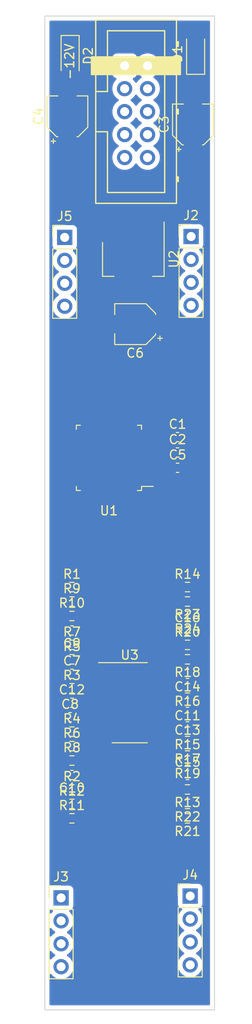
<source format=kicad_pcb>
(kicad_pcb (version 20211014) (generator pcbnew)
  (layers (0 "F.Cu" signal) (31 "B.Cu" signal) (34 "B.Paste" user) (35 "F.Paste" user) (36 "B.SilkS" user "B.Silkscreen") (37 "F.SilkS" user "F.Silkscreen") (38 "B.Mask" user) (39 "F.Mask" user) (44 "Edge.Cuts" user))
  (net 0 "")
  (net 1 "+3.3V")
  (net 2 "GND")
  (net 3 "+12V")
  (net 4 "-12V")
  (net 5 "Net-(C7-Pad2)")
  (net 6 "Net-(C8-Pad2)")
  (net 7 "Net-(C9-Pad1)")
  (net 8 "Net-(C9-Pad2)")
  (net 9 "Net-(C10-Pad1)")
  (net 10 "Net-(C10-Pad2)")
  (net 11 "Net-(C13-Pad2)")
  (net 12 "Net-(C14-Pad2)")
  (net 13 "Net-(C15-Pad1)")
  (net 14 "Net-(C15-Pad2)")
  (net 15 "Net-(C16-Pad1)")
  (net 16 "Net-(C16-Pad2)")
  (net 17 "/+12V_IN")
  (net 18 "/-12V_IN")
  (net 19 "/Env1_Gate")
  (net 20 "/Env2_Gate")
  (net 21 "/Env3_Gate")
  (net 22 "/Env4_Gate")
  (net 23 "/Env1_LED")
  (net 24 "/Env2_LED")
  (net 25 "/Env3_LED")
  (net 26 "/Env4_LED")
  (net 27 "/Env1_Out")
  (net 28 "/Env2_Out")
  (net 29 "/Env3_Out")
  (net 30 "/Env4_Out")
  (net 31 "/Env1_PWM")
  (net 32 "/Env2_PWM")
  (net 33 "Net-(R5-Pad2)")
  (net 34 "Net-(R6-Pad2)")
  (net 35 "/Env3_PWM")
  (net 36 "/Env4_PWM")
  (net 37 "Net-(R17-Pad2)")
  (net 38 "Net-(R18-Pad2)")
  (net 46 "/Attack_Pot")
  (net 47 "/Decay_Pot")
  (net 50 "/Sustain_Pot")
  (net 53 "/Release_Pot")
  (footprint "Capacitor_SMD:C_0603_1608Metric" (layer "F.Cu") (at 65.8 122.8 180)
    (fp_text reference "C14" (at 0 -1.43) (layer "F.SilkS"))
    (fp_text value "33nF")
    (fp_line (start -0.14058 -0.51) (end 0.14058 -0.51) (layer "F.SilkS") (width 0.12))
    (fp_line (start -0.14058 0.51) (end 0.14058 0.51) (layer "F.SilkS") (width 0.12))
    (pad "1" smd roundrect (at -0.775 0 180) (size 0.9 0.95) (layers "F.Cu" "F.Paste" "F.Mask") (net 2 "GND"))
    (pad "2" smd roundrect (at 0.775 0 180) (size 0.9 0.95) (layers "F.Cu" "F.Paste" "F.Mask") (net 12 "Net-(C14-Pad2)"))
  )
  (footprint "Resistor_SMD:R_0603_1608Metric" (layer "F.Cu") (at 53 130.8)
    (fp_text reference "R6" (at 0 -1.43) (layer "F.SilkS"))
    (fp_text value "10k")
    (fp_line (start -0.237258 0.5225) (end 0.237258 0.5225) (layer "F.SilkS") (width 0.12))
    (fp_line (start -0.237258 -0.5225) (end 0.237258 -0.5225) (layer "F.SilkS") (width 0.12))
    (pad "1" smd roundrect (at -0.825 0) (size 0.8 0.95) (layers "F.Cu" "F.Paste" "F.Mask") (net 2 "GND"))
    (pad "2" smd roundrect (at 0.825 0) (size 0.8 0.95) (layers "F.Cu" "F.Paste" "F.Mask") (net 34 "Net-(R6-Pad2)"))
  )
  (footprint "Capacitor_SMD:CP_Elec_4x5.8" (layer "F.Cu") (at 66.4 62 90)
    (fp_text reference "C3" (at 0 -3.2 90) (layer "F.SilkS"))
    (fp_text value "22uF")
    (fp_line (start 2.26 2.26) (end 2.26 1.06) (layer "F.SilkS") (width 0.12))
    (fp_line (start -1.195563 2.26) (end 2.26 2.26) (layer "F.SilkS") (width 0.12))
    (fp_line (start -3 -1.56) (end -2.5 -1.56) (layer "F.SilkS") (width 0.12))
    (fp_line (start -2.26 -1.195563) (end -2.26 -1.06) (layer "F.SilkS") (width 0.12))
    (fp_line (start -2.26 1.195563) (end -2.26 1.06) (layer "F.SilkS") (width 0.12))
    (fp_line (start -1.195563 -2.26) (end 2.26 -2.26) (layer "F.SilkS") (width 0.12))
    (fp_line (start -2.26 1.195563) (end -1.195563 2.26) (layer "F.SilkS") (width 0.12))
    (fp_line (start -2.75 -1.81) (end -2.75 -1.31) (layer "F.SilkS") (width 0.12))
    (fp_line (start 2.26 -2.26) (end 2.26 -1.06) (layer "F.SilkS") (width 0.12))
    (fp_line (start -2.26 -1.195563) (end -1.195563 -2.26) (layer "F.SilkS") (width 0.12))
    (pad "1" smd roundrect (at -1.8 0 90) (size 2.6 1.6) (layers "F.Cu" "F.Paste" "F.Mask") (roundrect_rratio 0.15625) (net 3 "+12V"))
    (pad "2" smd roundrect (at 1.8 0 90) (size 2.6 1.6) (layers "F.Cu" "F.Paste" "F.Mask") (roundrect_rratio 0.15625) (net 2 "GND"))
  )
  (footprint "Capacitor_SMD:CP_Elec_4x5.8" (layer "F.Cu") (at 52.5 61.1 90)
    (fp_text reference "C4" (at 0 -3.2 90) (layer "F.SilkS"))
    (fp_text value "22uF")
    (fp_line (start -2.26 1.195563) (end -1.195563 2.26) (layer "F.SilkS") (width 0.12))
    (fp_line (start 2.26 -2.26) (end 2.26 -1.06) (layer "F.SilkS") (width 0.12))
    (fp_line (start 2.26 2.26) (end 2.26 1.06) (layer "F.SilkS") (width 0.12))
    (fp_line (start -2.26 -1.195563) (end -2.26 -1.06) (layer "F.SilkS") (width 0.12))
    (fp_line (start -2.26 -1.195563) (end -1.195563 -2.26) (layer "F.SilkS") (width 0.12))
    (fp_line (start -3 -1.56) (end -2.5 -1.56) (layer "F.SilkS") (width 0.12))
    (fp_line (start -2.26 1.195563) (end -2.26 1.06) (layer "F.SilkS") (width 0.12))
    (fp_line (start -2.75 -1.81) (end -2.75 -1.31) (layer "F.SilkS") (width 0.12))
    (fp_line (start -1.195563 -2.26) (end 2.26 -2.26) (layer "F.SilkS") (width 0.12))
    (fp_line (start -1.195563 2.26) (end 2.26 2.26) (layer "F.SilkS") (width 0.12))
    (pad "1" smd roundrect (at -1.8 0 90) (size 2.6 1.6) (layers "F.Cu" "F.Paste" "F.Mask") (roundrect_rratio 0.15625) (net 2 "GND"))
    (pad "2" smd roundrect (at 1.8 0 90) (size 2.6 1.6) (layers "F.Cu" "F.Paste" "F.Mask") (roundrect_rratio 0.15625) (net 4 "-12V"))
  )
  (footprint "Resistor_SMD:R_0603_1608Metric" (layer "F.Cu") (at 53 135.6)
    (fp_text reference "R2" (at 0 -1.43) (layer "F.SilkS"))
    (fp_text value "20k")
    (fp_line (start -0.237258 0.5225) (end 0.237258 0.5225) (layer "F.SilkS") (width 0.12))
    (fp_line (start -0.237258 -0.5225) (end 0.237258 -0.5225) (layer "F.SilkS") (width 0.12))
    (pad "1" smd roundrect (at -0.825 0) (size 0.8 0.95) (layers "F.Cu" "F.Paste" "F.Mask") (net 32 "/Env2_PWM"))
    (pad "2" smd roundrect (at 0.825 0) (size 0.8 0.95) (layers "F.Cu" "F.Paste" "F.Mask") (net 10 "Net-(C10-Pad2)"))
  )
  (footprint "Capacitor_SMD:C_0603_1608Metric" (layer "F.Cu") (at 53 122.8)
    (fp_text reference "C7" (at 0 -1.43) (layer "F.SilkS"))
    (fp_text value "33nF")
    (fp_line (start -0.14058 -0.51) (end 0.14058 -0.51) (layer "F.SilkS") (width 0.12))
    (fp_line (start -0.14058 0.51) (end 0.14058 0.51) (layer "F.SilkS") (width 0.12))
    (pad "1" smd roundrect (at -0.775 0) (size 0.9 0.95) (layers "F.Cu" "F.Paste" "F.Mask") (net 2 "GND"))
    (pad "2" smd roundrect (at 0.775 0) (size 0.9 0.95) (layers "F.Cu" "F.Paste" "F.Mask") (net 5 "Net-(C7-Pad2)"))
  )
  (footprint "Resistor_SMD:R_0603_1608Metric" (layer "F.Cu") (at 65.8 116.4 180)
    (fp_text reference "R24" (at 0 -1.43) (layer "F.SilkS"))
    (fp_text value "1k")
    (fp_line (start -0.237258 -0.5225) (end 0.237258 -0.5225) (layer "F.SilkS") (width 0.12))
    (fp_line (start -0.237258 0.5225) (end 0.237258 0.5225) (layer "F.SilkS") (width 0.12))
    (pad "1" smd roundrect (at -0.825 0 180) (size 0.8 0.95) (layers "F.Cu" "F.Paste" "F.Mask") (net 30 "/Env4_Out"))
    (pad "2" smd roundrect (at 0.825 0 180) (size 0.8 0.95) (layers "F.Cu" "F.Paste" "F.Mask") (net 15 "Net-(C16-Pad1)"))
  )
  (footprint "Resistor_SMD:R_0603_1608Metric" (layer "F.Cu") (at 53 132.4)
    (fp_text reference "R8" (at 0 -1.43) (layer "F.SilkS"))
    (fp_text value "5k1")
    (fp_line (start -0.237258 0.5225) (end 0.237258 0.5225) (layer "F.SilkS") (width 0.12))
    (fp_line (start -0.237258 -0.5225) (end 0.237258 -0.5225) (layer "F.SilkS") (width 0.12))
    (pad "1" smd roundrect (at -0.825 0) (size 0.8 0.95) (layers "F.Cu" "F.Paste" "F.Mask") (net 34 "Net-(R6-Pad2)"))
    (pad "2" smd roundrect (at 0.825 0) (size 0.8 0.95) (layers "F.Cu" "F.Paste" "F.Mask") (net 9 "Net-(C10-Pad1)"))
  )
  (footprint "Connector_PinHeader_2.54mm:PinHeader_1x04_P2.54mm_Vertical" (layer "F.Cu") (at 52.2 74.5)
    (fp_text reference "J5" (at 0 -2.33) (layer "F.SilkS"))
    (fp_text value "Conn_01x04_Male")
    (fp_line (start -1.33 8.95) (end 1.33 8.95) (layer "F.SilkS") (width 0.12))
    (fp_line (start -1.33 1.27) (end 1.33 1.27) (layer "F.SilkS") (width 0.12))
    (fp_line (start -1.33 -1.33) (end 0 -1.33) (layer "F.SilkS") (width 0.12))
    (fp_line (start -1.33 0) (end -1.33 -1.33) (layer "F.SilkS") (width 0.12))
    (fp_line (start -1.33 1.27) (end -1.33 8.95) (layer "F.SilkS") (width 0.12))
    (fp_line (start 1.33 1.27) (end 1.33 8.95) (layer "F.SilkS") (width 0.12))
    (pad "1" thru_hole rect (at 0 0) (size 1.7 1.7) (drill 1) (layers *.Cu *.Mask) (net 1 "+3.3V"))
    (pad "2" thru_hole oval (at 0 2.54) (size 1.7 1.7) (drill 1) (layers *.Cu *.Mask) (net 2 "GND"))
    (pad "3" thru_hole oval (at 0 5.08) (size 1.7 1.7) (drill 1) (layers *.Cu *.Mask) (net 2 "GND"))
    (pad "4" thru_hole oval (at 0 7.62) (size 1.7 1.7) (drill 1) (layers *.Cu *.Mask) (net 2 "GND"))
  )
  (footprint "Capacitor_SMD:C_0603_1608Metric" (layer "F.Cu") (at 65.8 134)
    (fp_text reference "C15" (at 0 -1.43) (layer "F.SilkS"))
    (fp_text value "22nF")
    (fp_line (start -0.14058 -0.51) (end 0.14058 -0.51) (layer "F.SilkS") (width 0.12))
    (fp_line (start -0.14058 0.51) (end 0.14058 0.51) (layer "F.SilkS") (width 0.12))
    (pad "1" smd roundrect (at -0.775 0) (size 0.9 0.95) (layers "F.Cu" "F.Paste" "F.Mask") (net 13 "Net-(C15-Pad1)"))
    (pad "2" smd roundrect (at 0.775 0) (size 0.9 0.95) (layers "F.Cu" "F.Paste" "F.Mask") (net 14 "Net-(C15-Pad2)"))
  )
  (footprint "Capacitor_SMD:C_0603_1608Metric" (layer "F.Cu") (at 65.8 118)
    (fp_text reference "C16" (at 0 -1.43) (layer "F.SilkS"))
    (fp_text value "22nF")
    (fp_line (start -0.14058 0.51) (end 0.14058 0.51) (layer "F.SilkS") (width 0.12))
    (fp_line (start -0.14058 -0.51) (end 0.14058 -0.51) (layer "F.SilkS") (width 0.12))
    (pad "1" smd roundrect (at -0.775 0) (size 0.9 0.95) (layers "F.Cu" "F.Paste" "F.Mask") (net 15 "Net-(C16-Pad1)"))
    (pad "2" smd roundrect (at 0.775 0) (size 0.9 0.95) (layers "F.Cu" "F.Paste" "F.Mask") (net 16 "Net-(C16-Pad2)"))
  )
  (footprint "Capacitor_SMD:CP_Elec_4x5.8" (layer "F.Cu") (at 60 84.1 180)
    (fp_text reference "C6" (at 0 -3.2) (layer "F.SilkS"))
    (fp_text value "22uF")
    (fp_line (start -2.26 1.195563) (end -2.26 1.06) (layer "F.SilkS") (width 0.12))
    (fp_line (start 2.26 -2.26) (end 2.26 -1.06) (layer "F.SilkS") (width 0.12))
    (fp_line (start 2.26 2.26) (end 2.26 1.06) (layer "F.SilkS") (width 0.12))
    (fp_line (start -1.195563 2.26) (end 2.26 2.26) (layer "F.SilkS") (width 0.12))
    (fp_line (start -2.26 1.195563) (end -1.195563 2.26) (layer "F.SilkS") (width 0.12))
    (fp_line (start -2.75 -1.81) (end -2.75 -1.31) (layer "F.SilkS") (width 0.12))
    (fp_line (start -1.195563 -2.26) (end 2.26 -2.26) (layer "F.SilkS") (width 0.12))
    (fp_line (start -2.26 -1.195563) (end -2.26 -1.06) (layer "F.SilkS") (width 0.12))
    (fp_line (start -2.26 -1.195563) (end -1.195563 -2.26) (layer "F.SilkS") (width 0.12))
    (fp_line (start -3 -1.56) (end -2.5 -1.56) (layer "F.SilkS") (width 0.12))
    (pad "1" smd roundrect (at -1.8 0 180) (size 2.6 1.6) (layers "F.Cu" "F.Paste" "F.Mask") (roundrect_rratio 0.15625) (net 1 "+3.3V"))
    (pad "2" smd roundrect (at 1.8 0 180) (size 2.6 1.6) (layers "F.Cu" "F.Paste" "F.Mask") (roundrect_rratio 0.15625) (net 2 "GND"))
  )
  (footprint "Resistor_SMD:R_0603_1608Metric" (layer "F.Cu") (at 53 114.8)
    (fp_text reference "R9" (at 0 -1.43) (layer "F.SilkS"))
    (fp_text value "1k")
    (fp_line (start -0.237258 -0.5225) (end 0.237258 -0.5225) (layer "F.SilkS") (width 0.12))
    (fp_line (start -0.237258 0.5225) (end 0.237258 0.5225) (layer "F.SilkS") (width 0.12))
    (pad "1" smd roundrect (at -0.825 0) (size 0.8 0.95) (layers "F.Cu" "F.Paste" "F.Mask") (net 23 "/Env1_LED"))
    (pad "2" smd roundrect (at 0.825 0) (size 0.8 0.95) (layers "F.Cu" "F.Paste" "F.Mask") (net 7 "Net-(C9-Pad1)"))
  )
  (footprint "Package_QFP:LQFP-48_7x7mm_P0.5mm" (layer "F.Cu") (at 57.1 98.9 180)
    (fp_text reference "U1" (at 0 -5.85) (layer "F.SilkS"))
    (fp_text value "STM32C031C6T")
    (fp_line (start -3.61 -3.16) (end -4.9 -3.16) (layer "F.SilkS") (width 0.12))
    (fp_line (start 3.61 3.61) (end 3.61 3.16) (layer "F.SilkS") (width 0.12))
    (fp_line (start -3.16 -3.61) (end -3.61 -3.61) (layer "F.SilkS") (width 0.12))
    (fp_line (start -3.16 3.61) (end -3.61 3.61) (layer "F.SilkS") (width 0.12))
    (fp_line (start 3.16 -3.61) (end 3.61 -3.61) (layer "F.SilkS") (width 0.12))
    (fp_line (start 3.61 -3.61) (end 3.61 -3.16) (layer "F.SilkS") (width 0.12))
    (fp_line (start -3.61 -3.61) (end -3.61 -3.16) (layer "F.SilkS") (width 0.12))
    (fp_line (start 3.16 3.61) (end 3.61 3.61) (layer "F.SilkS") (width 0.12))
    (fp_line (start -3.61 3.61) (end -3.61 3.16) (layer "F.SilkS") (width 0.12))
    (pad "1" smd roundrect (at -4.1625 -2.75 180) (size 1.475 0.3) (layers "F.Cu" "F.Paste" "F.Mask"))
    (pad "2" smd roundrect (at -4.1625 -2.25 180) (size 1.475 0.3) (layers "F.Cu" "F.Paste" "F.Mask"))
    (pad "3" smd roundrect (at -4.1625 -1.75 180) (size 1.475 0.3) (layers "F.Cu" "F.Paste" "F.Mask"))
    (pad "4" smd roundrect (at -4.1625 -1.25 180) (size 1.475 0.3) (layers "F.Cu" "F.Paste" "F.Mask"))
    (pad "5" smd roundrect (at -4.1625 -0.75 180) (size 1.475 0.3) (layers "F.Cu" "F.Paste" "F.Mask") (net 1 "+3.3V"))
    (pad "6" smd roundrect (at -4.1625 -0.25 180) (size 1.475 0.3) (layers "F.Cu" "F.Paste" "F.Mask") (net 1 "+3.3V"))
    (pad "7" smd roundrect (at -4.1625 0.25 180) (size 1.475 0.3) (layers "F.Cu" "F.Paste" "F.Mask") (net 2 "GND"))
    (pad "8" smd roundrect (at -4.1625 0.75 180) (size 1.475 0.3) (layers "F.Cu" "F.Paste" "F.Mask"))
    (pad "9" smd roundrect (at -4.1625 1.25 180) (size 1.475 0.3) (layers "F.Cu" "F.Paste" "F.Mask"))
    (pad "10" smd roundrect (at -4.1625 1.75 180) (size 1.475 0.3) (layers "F.Cu" "F.Paste" "F.Mask"))
    (pad "11" smd roundrect (at -4.1625 2.25 180) (size 1.475 0.3) (layers "F.Cu" "F.Paste" "F.Mask") (net 46 "/Attack_Pot"))
    (pad "12" smd roundrect (at -4.1625 2.75 180) (size 1.475 0.3) (layers "F.Cu" "F.Paste" "F.Mask") (net 47 "/Decay_Pot"))
    (pad "13" smd roundrect (at -2.75 4.1625 180) (size 0.3 1.475) (layers "F.Cu" "F.Paste" "F.Mask"))
    (pad "14" smd roundrect (at -2.25 4.1625 180) (size 0.3 1.475) (layers "F.Cu" "F.Paste" "F.Mask"))
    (pad "15" smd roundrect (at -1.75 4.1625 180) (size 0.3 1.475) (layers "F.Cu" "F.Paste" "F.Mask") (net 50 "/Sustain_Pot"))
    (pad "16" smd roundrect (at -1.25 4.1625 180) (size 0.3 1.475) (layers "F.Cu" "F.Paste" "F.Mask"))
    (pad "17" smd roundrect (at -0.75 4.1625 180) (size 0.3 1.475) (layers "F.Cu" "F.Paste" "F.Mask") (net 31 "/Env1_PWM"))
    (pad "18" smd roundrect (at -0.25 4.1625 180) (size 0.3 1.475) (layers "F.Cu" "F.Paste" "F.Mask") (net 32 "/Env2_PWM"))
    (pad "19" smd roundrect (at 0.25 4.1625 180) (size 0.3 1.475) (layers "F.Cu" "F.Paste" "F.Mask"))
    (pad "20" smd roundrect (at 0.75 4.1625 180) (size 0.3 1.475) (layers "F.Cu" "F.Paste" "F.Mask") (net 53 "/Release_Pot"))
    (pad "21" smd roundrect (at 1.25 4.1625 180) (size 0.3 1.475) (layers "F.Cu" "F.Paste" "F.Mask"))
    (pad "22" smd roundrect (at 1.75 4.1625 180) (size 0.3 1.475) (layers "F.Cu" "F.Paste" "F.Mask") (net 19 "/Env1_Gate"))
    (pad "23" smd roundrect (at 2.25 4.1625 180) (size 0.3 1.475) (layers "F.Cu" "F.Paste" "F.Mask") (net 20 "/Env2_Gate"))
    (pad "24" smd roundrect (at 2.75 4.1625 180) (size 0.3 1.475) (layers "F.Cu" "F.Paste" "F.Mask") (net 21 "/Env3_Gate"))
    (pad "25" smd roundrect (at 4.1625 2.75 180) (size 1.475 0.3) (layers "F.Cu" "F.Paste" "F.Mask") (net 22 "/Env4_Gate"))
    (pad "26" smd roundrect (at 4.1625 2.25 180) (size 1.475 0.3) (layers "F.Cu" "F.Paste" "F.Mask"))
    (pad "27" smd roundrect (at 4.1625 1.75 180) (size 1.475 0.3) (layers "F.Cu" "F.Paste" "F.Mask"))
    (pad "28" smd roundrect (at 4.1625 1.25 180) (size 1.475 0.3) (layers "F.Cu" "F.Paste" "F.Mask") (net 35 "/Env3_PWM"))
    (pad "29" smd roundrect (at 4.1625 0.75 180) (size 1.475 0.3) (layers "F.Cu" "F.Paste" "F.Mask"))
    (pad "30" smd roundrect (at 4.1625 0.25 180) (size 1.475 0.3) (layers "F.Cu" "F.Paste" "F.Mask"))
    (pad "31" smd roundrect (at 4.1625 -0.25 180) (size 1.475 0.3) (layers "F.Cu" "F.Paste" "F.Mask"))
    (pad "32" smd roundrect (at 4.1625 -0.75 180) (size 1.475 0.3) (layers "F.Cu" "F.Paste" "F.Mask"))
    (pad "33" smd roundrect (at 4.1625 -1.25 180) (size 1.475 0.3) (layers "F.Cu" "F.Paste" "F.Mask"))
    (pad "34" smd roundrect (at 4.1625 -1.75 180) (size 1.475 0.3) (layers "F.Cu" "F.Paste" "F.Mask"))
    (pad "35" smd roundrect (at 4.1625 -2.25 180) (size 1.475 0.3) (layers "F.Cu" "F.Paste" "F.Mask"))
    (pad "36" smd roundrect (at 4.1625 -2.75 180) (size 1.475 0.3) (layers "F.Cu" "F.Paste" "F.Mask"))
    (pad "37" smd roundrect (at 2.75 -4.1625 180) (size 0.3 1.475) (layers "F.Cu" "F.Paste" "F.Mask"))
    (pad "38" smd roundrect (at 2.25 -4.1625 180) (size 0.3 1.475) (layers "F.Cu" "F.Paste" "F.Mask"))
    (pad "39" smd roundrect (at 1.75 -4.1625 180) (size 0.3 1.475) (layers "F.Cu" "F.Paste" "F.Mask"))
    (pad "40" smd roundrect (at 1.25 -4.1625 180) (size 0.3 1.475) (layers "F.Cu" "F.Paste" "F.Mask"))
    (pad "41" smd roundrect (at 0.75 -4.1625 180) (size 0.3 1.475) (layers "F.Cu" "F.Paste" "F.Mask"))
    (pad "42" smd roundrect (at 0.25 -4.1625 180) (size 0.3 1.475) (layers "F.Cu" "F.Paste" "F.Mask"))
    (pad "43" smd roundrect (at -0.25 -4.1625 180) (size 0.3 1.475) (layers "F.Cu" "F.Paste" "F.Mask"))
    (pad "44" smd roundrect (at -0.75 -4.1625 180) (size 0.3 1.475) (layers "F.Cu" "F.Paste" "F.Mask"))
    (pad "45" smd roundrect (at -1.25 -4.1625 180) (size 0.3 1.475) (layers "F.Cu" "F.Paste" "F.Mask"))
    (pad "46" smd roundrect (at -1.75 -4.1625 180) (size 0.3 1.475) (layers "F.Cu" "F.Paste" "F.Mask") (net 36 "/Env4_PWM"))
    (pad "47" smd roundrect (at -2.25 -4.1625 180) (size 0.3 1.475) (layers "F.Cu" "F.Paste" "F.Mask"))
    (pad "48" smd roundrect (at -2.75 -4.1625 180) (size 0.3 1.475) (layers "F.Cu" "F.Paste" "F.Mask"))
  )
  (footprint "Capacitor_SMD:C_0603_1608Metric" (layer "F.Cu") (at 64.7 96.6)
    (fp_text reference "C1" (at 0 -1.43) (layer "F.SilkS"))
    (fp_text value "100nF")
    (fp_line (start -0.14058 -0.51) (end 0.14058 -0.51) (layer "F.SilkS") (width 0.12))
    (fp_line (start -0.14058 0.51) (end 0.14058 0.51) (layer "F.SilkS") (width 0.12))
    (pad "1" smd roundrect (at -0.775 0) (size 0.9 0.95) (layers "F.Cu" "F.Paste" "F.Mask") (net 1 "+3.3V"))
    (pad "2" smd roundrect (at 0.775 0) (size 0.9 0.95) (layers "F.Cu" "F.Paste" "F.Mask") (net 2 "GND"))
  )
  (footprint "Capacitor_SMD:C_0603_1608Metric" (layer "F.Cu") (at 65.8 127.6 180)
    (fp_text reference "C13" (at 0 -1.43) (layer "F.SilkS"))
    (fp_text value "33nF")
    (fp_line (start -0.14058 0.51) (end 0.14058 0.51) (layer "F.SilkS") (width 0.12))
    (fp_line (start -0.14058 -0.51) (end 0.14058 -0.51) (layer "F.SilkS") (width 0.12))
    (pad "1" smd roundrect (at -0.775 0 180) (size 0.9 0.95) (layers "F.Cu" "F.Paste" "F.Mask") (net 2 "GND"))
    (pad "2" smd roundrect (at 0.775 0 180) (size 0.9 0.95) (layers "F.Cu" "F.Paste" "F.Mask") (net 11 "Net-(C13-Pad2)"))
  )
  (footprint "Resistor_SMD:R_0603_1608Metric" (layer "F.Cu") (at 65.8 132.4 180)
    (fp_text reference "R19" (at 0 -1.43) (layer "F.SilkS"))
    (fp_text value "5k1")
    (fp_line (start -0.237258 0.5225) (end 0.237258 0.5225) (layer "F.SilkS") (width 0.12))
    (fp_line (start -0.237258 -0.5225) (end 0.237258 -0.5225) (layer "F.SilkS") (width 0.12))
    (pad "1" smd roundrect (at -0.825 0 180) (size 0.8 0.95) (layers "F.Cu" "F.Paste" "F.Mask") (net 37 "Net-(R17-Pad2)"))
    (pad "2" smd roundrect (at 0.825 0 180) (size 0.8 0.95) (layers "F.Cu" "F.Paste" "F.Mask") (net 13 "Net-(C15-Pad1)"))
  )
  (footprint "Resistor_SMD:R_0603_1608Metric" (layer "F.Cu") (at 65.8 129.2 180)
    (fp_text reference "R15" (at 0 -1.43) (layer "F.SilkS"))
    (fp_text value "20k")
    (fp_line (start -0.237258 -0.5225) (end 0.237258 -0.5225) (layer "F.SilkS") (width 0.12))
    (fp_line (start -0.237258 0.5225) (end 0.237258 0.5225) (layer "F.SilkS") (width 0.12))
    (pad "1" smd roundrect (at -0.825 0 180) (size 0.8 0.95) (layers "F.Cu" "F.Paste" "F.Mask") (net 14 "Net-(C15-Pad2)"))
    (pad "2" smd roundrect (at 0.825 0 180) (size 0.8 0.95) (layers "F.Cu" "F.Paste" "F.Mask") (net 11 "Net-(C13-Pad2)"))
  )
  (footprint "Connector_PinHeader_2.54mm:PinHeader_1x04_P2.54mm_Vertical" (layer "F.Cu") (at 66.1 147.4)
    (fp_text reference "J4" (at 0 -2.33) (layer "F.SilkS"))
    (fp_text value "Conn_01x04_Male")
    (fp_line (start -1.33 1.27) (end 1.33 1.27) (layer "F.SilkS") (width 0.12))
    (fp_line (start -1.33 8.95) (end 1.33 8.95) (layer "F.SilkS") (width 0.12))
    (fp_line (start -1.33 -1.33) (end 0 -1.33) (layer "F.SilkS") (width 0.12))
    (fp_line (start 1.33 1.27) (end 1.33 8.95) (layer "F.SilkS") (width 0.12))
    (fp_line (start -1.33 0) (end -1.33 -1.33) (layer "F.SilkS") (width 0.12))
    (fp_line (start -1.33 1.27) (end -1.33 8.95) (layer "F.SilkS") (width 0.12))
    (pad "1" thru_hole rect (at 0 0) (size 1.7 1.7) (drill 1) (layers *.Cu *.Mask) (net 27 "/Env1_Out"))
    (pad "2" thru_hole oval (at 0 2.54) (size 1.7 1.7) (drill 1) (layers *.Cu *.Mask) (net 28 "/Env2_Out"))
    (pad "3" thru_hole oval (at 0 5.08) (size 1.7 1.7) (drill 1) (layers *.Cu *.Mask) (net 29 "/Env3_Out"))
    (pad "4" thru_hole oval (at 0 7.62) (size 1.7 1.7) (drill 1) (layers *.Cu *.Mask) (net 30 "/Env4_Out"))
  )
  (footprint "Diode_SMD:D_SOD-123" (layer "F.Cu") (at 66.7 54.2 90)
    (fp_text reference "D1" (at 0 -2 90) (layer "F.SilkS"))
    (fp_text value "1N5819")
    (fp_line (start -2.25 -1) (end 1.65 -1) (layer "F.SilkS") (width 0.12))
    (fp_line (start -2.25 -1) (end -2.25 1) (layer "F.SilkS") (width 0.12))
    (fp_line (start -2.25 1) (end 1.65 1) (layer "F.SilkS") (width 0.12))
    (pad "1" smd rect (at -1.65 0 90) (size 0.9 1.2) (layers "F.Cu" "F.Paste" "F.Mask") (net 3 "+12V"))
    (pad "2" smd rect (at 1.65 0 90) (size 0.9 1.2) (layers "F.Cu" "F.Paste" "F.Mask") (net 17 "/+12V_IN"))
  )
  (footprint "Resistor_SMD:R_0603_1608Metric" (layer "F.Cu") (at 53 121.2)
    (fp_text reference "R5" (at 0 -1.43) (layer "F.SilkS"))
    (fp_text value "10k")
    (fp_line (start -0.237258 -0.5225) (end 0.237258 -0.5225) (layer "F.SilkS") (width 0.12))
    (fp_line (start -0.237258 0.5225) (end 0.237258 0.5225) (layer "F.SilkS") (width 0.12))
    (pad "1" smd roundrect (at -0.825 0) (size 0.8 0.95) (layers "F.Cu" "F.Paste" "F.Mask") (net 2 "GND"))
    (pad "2" smd roundrect (at 0.825 0) (size 0.8 0.95) (layers "F.Cu" "F.Paste" "F.Mask") (net 33 "Net-(R5-Pad2)"))
  )
  (footprint "Resistor_SMD:R_0603_1608Metric" (layer "F.Cu") (at 53 129.2)
    (fp_text reference "R4" (at 0 -1.43) (layer "F.SilkS"))
    (fp_text value "20k")
    (fp_line (start -0.237258 0.5225) (end 0.237258 0.5225) (layer "F.SilkS") (width 0.12))
    (fp_line (start -0.237258 -0.5225) (end 0.237258 -0.5225) (layer "F.SilkS") (width 0.12))
    (pad "1" smd roundrect (at -0.825 0) (size 0.8 0.95) (layers "F.Cu" "F.Paste" "F.Mask") (net 10 "Net-(C10-Pad2)"))
    (pad "2" smd roundrect (at 0.825 0) (size 0.8 0.95) (layers "F.Cu" "F.Paste" "F.Mask") (net 6 "Net-(C8-Pad2)"))
  )
  (footprint "Capacitor_SMD:C_0603_1608Metric" (layer "F.Cu") (at 53 134 180)
    (fp_text reference "C10" (at 0 -1.43) (layer "F.SilkS"))
    (fp_text value "22nF")
    (fp_line (start -0.14058 0.51) (end 0.14058 0.51) (layer "F.SilkS") (width 0.12))
    (fp_line (start -0.14058 -0.51) (end 0.14058 -0.51) (layer "F.SilkS") (width 0.12))
    (pad "1" smd roundrect (at -0.775 0 180) (size 0.9 0.95) (layers "F.Cu" "F.Paste" "F.Mask") (net 9 "Net-(C10-Pad1)"))
    (pad "2" smd roundrect (at 0.775 0 180) (size 0.9 0.95) (layers "F.Cu" "F.Paste" "F.Mask") (net 10 "Net-(C10-Pad2)"))
  )
  (footprint "Diode_SMD:D_SOD-123" (layer "F.Cu") (at 52.8 54.4 -90)
    (fp_text reference "D2" (at 0 -2 90) (layer "F.SilkS"))
    (fp_text value "1N5819")
    (fp_line (start -2.25 1) (end 1.65 1) (layer "F.SilkS") (width 0.12))
    (fp_line (start -2.25 -1) (end -2.25 1) (layer "F.SilkS") (width 0.12))
    (fp_line (start -2.25 -1) (end 1.65 -1) (layer "F.SilkS") (width 0.12))
    (pad "1" smd rect (at -1.65 0 270) (size 0.9 1.2) (layers "F.Cu" "F.Paste" "F.Mask") (net 18 "/-12V_IN"))
    (pad "2" smd rect (at 1.65 0 270) (size 0.9 1.2) (layers "F.Cu" "F.Paste" "F.Mask") (net 4 "-12V"))
  )
  (footprint "Resistor_SMD:R_0603_1608Metric" (layer "F.Cu") (at 53 124.4)
    (fp_text reference "R3" (at 0 -1.43) (layer "F.SilkS"))
    (fp_text value "20k")
    (fp_line (start -0.237258 0.5225) (end 0.237258 0.5225) (layer "F.SilkS") (width 0.12))
    (fp_line (start -0.237258 -0.5225) (end 0.237258 -0.5225) (layer "F.SilkS") (width 0.12))
    (pad "1" smd roundrect (at -0.825 0) (size 0.8 0.95) (layers "F.Cu" "F.Paste" "F.Mask") (net 8 "Net-(C9-Pad2)"))
    (pad "2" smd roundrect (at 0.825 0) (size 0.8 0.95) (layers "F.Cu" "F.Paste" "F.Mask") (net 5 "Net-(C7-Pad2)"))
  )
  (footprint "Package_TO_SOT_SMD:SOT-223-3_TabPin2" (layer "F.Cu") (at 59.8 76.9 -90)
    (fp_text reference "U2" (at 0 -4.5 90) (layer "F.SilkS"))
    (fp_text value "LD1117-3.3-4Tab")
    (fp_line (start -1.85 3.41) (end 1.91 3.41) (layer "F.SilkS") (width 0.12))
    (fp_line (start 1.91 3.41) (end 1.91 2.15) (layer "F.SilkS") (width 0.12))
    (fp_line (start 1.91 -3.41) (end 1.91 -2.15) (layer "F.SilkS") (width 0.12))
    (fp_line (start -4.1 -3.41) (end 1.91 -3.41) (layer "F.SilkS") (width 0.12))
    (pad "1" smd rect (at -3.15 -2.3 270) (size 2 1.5) (layers "F.Cu" "F.Paste" "F.Mask") (net 2 "GND"))
    (pad "2" smd rect (at 3.15 0 270) (size 2 3.8) (layers "F.Cu" "F.Paste" "F.Mask") (net 1 "+3.3V"))
    (pad "2" smd rect (at -3.15 0 270) (size 2 1.5) (layers "F.Cu" "F.Paste" "F.Mask") (net 1 "+3.3V"))
    (pad "3" smd rect (at -3.15 2.3 270) (size 2 1.5) (layers "F.Cu" "F.Paste" "F.Mask") (net 3 "+12V"))
  )
  (footprint "Package_SO:SOIC-14_3.9x8.7mm_P1.27mm" (layer "F.Cu") (at 59.4 126)
    (fp_text reference "U3" (at 0 -5.28) (layer "F.SilkS"))
    (fp_text value "TL074")
    (fp_line (start 0 -4.435) (end -3.45 -4.435) (layer "F.SilkS") (width 0.12))
    (fp_line (start 0 -4.435) (end 1.95 -4.435) (layer "F.SilkS") (width 0.12))
    (fp_line (start 0 4.435) (end -1.95 4.435) (layer "F.SilkS") (width 0.12))
    (fp_line (start 0 4.435) (end 1.95 4.435) (layer "F.SilkS") (width 0.12))
    (pad "1" smd roundrect (at -2.475 -3.81) (size 1.95 0.6) (layers "F.Cu" "F.Paste" "F.Mask") (net 7 "Net-(C9-Pad1)"))
    (pad "2" smd roundrect (at -2.475 -2.54) (size 1.95 0.6) (layers "F.Cu" "F.Paste" "F.Mask") (net 33 "Net-(R5-Pad2)"))
    (pad "3" smd roundrect (at -2.475 -1.27) (size 1.95 0.6) (layers "F.Cu" "F.Paste" "F.Mask") (net 5 "Net-(C7-Pad2)"))
    (pad "4" smd roundrect (at -2.475 0) (size 1.95 0.6) (layers "F.Cu" "F.Paste" "F.Mask") (net 3 "+12V"))
    (pad "5" smd roundrect (at -2.475 1.27) (size 1.95 0.6) (layers "F.Cu" "F.Paste" "F.Mask") (net 6 "Net-(C8-Pad2)"))
    (pad "6" smd roundrect (at -2.475 2.54) (size 1.95 0.6) (layers "F.Cu" "F.Paste" "F.Mask") (net 34 "Net-(R6-Pad2)"))
    (pad "7" smd roundrect (at -2.475 3.81) (size 1.95 0.6) (layers "F.Cu" "F.Paste" "F.Mask") (net 9 "Net-(C10-Pad1)"))
    (pad "8" smd roundrect (at 2.475 3.81) (size 1.95 0.6) (layers "F.Cu" "F.Paste" "F.Mask") (net 13 "Net-(C15-Pad1)"))
    (pad "9" smd roundrect (at 2.475 2.54) (size 1.95 0.6) (layers "F.Cu" "F.Paste" "F.Mask") (net 37 "Net-(R17-Pad2)"))
    (pad "10" smd roundrect (at 2.475 1.27) (size 1.95 0.6) (layers "F.Cu" "F.Paste" "F.Mask") (net 11 "Net-(C13-Pad2)"))
    (pad "11" smd roundrect (at 2.475 0) (size 1.95 0.6) (layers "F.Cu" "F.Paste" "F.Mask") (net 4 "-12V"))
    (pad "12" smd roundrect (at 2.475 -1.27) (size 1.95 0.6) (layers "F.Cu" "F.Paste" "F.Mask") (net 12 "Net-(C14-Pad2)"))
    (pad "13" smd roundrect (at 2.475 -2.54) (size 1.95 0.6) (layers "F.Cu" "F.Paste" "F.Mask") (net 38 "Net-(R18-Pad2)"))
    (pad "14" smd roundrect (at 2.475 -3.81) (size 1.95 0.6) (layers "F.Cu" "F.Paste" "F.Mask") (net 15 "Net-(C16-Pad1)"))
  )
  (footprint "Connector_PinHeader_2.54mm:PinHeader_1x04_P2.54mm_Vertical" (layer "F.Cu") (at 66.2 74.4)
    (fp_text reference "J2" (at 0 -2.33) (layer "F.SilkS"))
    (fp_text value "Conn_01x04_Male")
    (fp_line (start -1.33 -1.33) (end 0 -1.33) (layer "F.SilkS") (width 0.12))
    (fp_line (start -1.33 1.27) (end -1.33 8.95) (layer "F.SilkS") (width 0.12))
    (fp_line (start 1.33 1.27) (end 1.33 8.95) (layer "F.SilkS") (width 0.12))
    (fp_line (start -1.33 1.27) (end 1.33 1.27) (layer "F.SilkS") (width 0.12))
    (fp_line (start -1.33 0) (end -1.33 -1.33) (layer "F.SilkS") (width 0.12))
    (fp_line (start -1.33 8.95) (end 1.33 8.95) (layer "F.SilkS") (width 0.12))
    (pad "1" thru_hole rect (at 0 0) (size 1.7 1.7) (drill 1) (layers *.Cu *.Mask) (net 19 "/Env1_Gate"))
    (pad "2" thru_hole oval (at 0 2.54) (size 1.7 1.7) (drill 1) (layers *.Cu *.Mask) (net 20 "/Env2_Gate"))
    (pad "3" thru_hole oval (at 0 5.08) (size 1.7 1.7) (drill 1) (layers *.Cu *.Mask) (net 21 "/Env3_Gate"))
    (pad "4" thru_hole oval (at 0 7.62) (size 1.7 1.7) (drill 1) (layers *.Cu *.Mask) (net 22 "/Env4_Gate"))
  )
  (footprint "Capacitor_SMD:C_0603_1608Metric" (layer "F.Cu") (at 64.7 98.3)
    (fp_text reference "C2" (at 0 -1.43) (layer "F.SilkS"))
    (fp_text value "4.7uF")
    (fp_line (start -0.14058 0.51) (end 0.14058 0.51) (layer "F.SilkS") (width 0.12))
    (fp_line (start -0.14058 -0.51) (end 0.14058 -0.51) (layer "F.SilkS") (width 0.12))
    (pad "1" smd roundrect (at -0.775 0) (size 0.9 0.95) (layers "F.Cu" "F.Paste" "F.Mask") (net 1 "+3.3V"))
    (pad "2" smd roundrect (at 0.775 0) (size 0.9 0.95) (layers "F.Cu" "F.Paste" "F.Mask") (net 2 "GND"))
  )
  (footprint "Custom_Footprints:Eurorack_10_pin_header" (layer "F.Cu") (at 58.8375 55.5 -90)
    (fp_text reference "J1" hide)
    (fp_text value "Eurorack_10_pin_power")
    (fp_text user "-12V" (at -0.45 6.1 90) (layer "F.SilkS"))
    (fp_line (start -5.07 -5.74) (end 15.23 -5.74) (layer "F.SilkS") (width 0.15))
    (fp_line (start -2.15 -5.94) (end -2.15 -5.74) (layer "F.SilkS") (width 0.15))
    (fp_line (start -2.65 -5.84) (end -2.15 -5.84) (layer "F.SilkS") (width 0.15))
    (fp_line (start 7.305 1.9) (end 7.305 3.2) (layer "F.SilkS") (width 0.15))
    (fp_line (start -2.65 -5.94) (end -2.15 -5.94) (layer "F.SilkS") (width 0.15))
    (fp_line (start -3.87 -4.44) (end 14.03 -4.44) (layer "F.SilkS") (width 0.15))
    (fp_line (start 4.83 -5.74) (end 4.83 -5.94) (layer "F.SilkS") (width 0.15))
    (fp_line (start 2.855 3.2) (end 2.855 1.9) (layer "F.SilkS") (width 0.15))
    (fp_line (start 14.03 -4.44) (end 14.03 1.9) (layer "F.SilkS") (width 0.15))
    (fp_line (start 12.31 -5.94) (end 12.81 -5.94) (layer "F.SilkS") (width 0.15))
    (fp_line (start 12.31 -5.74) (end 12.31 -5.94) (layer "F.SilkS") (width 0.15))
    (fp_line (start 15.23 -5.74) (end 15.23 3.2) (layer "F.SilkS") (width 0.15))
    (fp_line (start 4.83 -5.84) (end 5.33 -5.84) (layer "F.SilkS") (width 0.15))
    (fp_line (start -5.07 3.2) (end -5.07 -5.74) (layer "F.SilkS") (width 0.15))
    (fp_line (start -3.87 1.9) (end -3.87 -4.44) (layer "F.SilkS") (width 0.15))
    (fp_line (start 5.33 -5.94) (end 5.33 -5.74) (layer "F.SilkS") (width 0.15))
    (fp_line (start 15.23 3.2) (end -5.07 3.2) (layer "F.SilkS") (width 0.15))
    (fp_line (start 4.83 -5.94) (end 5.33 -5.94) (layer "F.SilkS") (width 0.15))
    (fp_line (start 12.81 -5.94) (end 12.81 -5.74) (layer "F.SilkS") (width 0.15))
    (fp_line (start 2.855 1.9) (end -3.87 1.9) (layer "F.SilkS") (width 0.15))
    (fp_line (start 14.03 1.9) (end 7.305 1.9) (layer "F.SilkS") (width 0.15))
    (fp_line (start -2.65 -5.74) (end -2.65 -5.94) (layer "F.SilkS") (width 0.15))
    (fp_line (start 12.31 -5.84) (end 12.81 -5.84) (layer "F.SilkS") (width 0.15))
    (fp_poly (pts (xy -1 -6.2) (xy 1 -6.2) (xy 1 3.7) (xy -1 3.7)) (layer "F.SilkS") (width 0.1) (fill solid))
    (pad "1" thru_hole rect (at 0 0 270) (size 1.7 1.7) (drill 1) (layers *.Cu *.Mask) (net 18 "/-12V_IN"))
    (pad "2" thru_hole circle (at 0 -2.54 270) (size 1.7 1.7) (drill 1) (layers *.Cu *.Mask) (net 18 "/-12V_IN"))
    (pad "3" thru_hole circle (at 2.54 0 270) (size 1.7 1.7) (drill 1) (layers *.Cu *.Mask) (net 2 "GND"))
    (pad "4" thru_hole circle (at 2.54 -2.54 270) (size 1.7 1.7) (drill 1) (layers *.Cu *.Mask) (net 2 "GND"))
    (pad "5" thru_hole circle (at 5.08 0 270) (size 1.7 1.7) (drill 1) (layers *.Cu *.Mask) (net 2 "GND"))
    (pad "6" thru_hole circle (at 5.08 -2.54 270) (size 1.7 1.7) (drill 1) (layers *.Cu *.Mask) (net 2 "GND"))
    (pad "7" thru_hole circle (at 7.62 0 270) (size 1.7 1.7) (drill 1) (layers *.Cu *.Mask) (net 2 "GND"))
    (pad "8" thru_hole circle (at 7.62 -2.54 270) (size 1.7 1.7) (drill 1) (layers *.Cu *.Mask) (net 2 "GND"))
    (pad "9" thru_hole circle (at 10.16 0 270) (size 1.7 1.7) (drill 1) (layers *.Cu *.Mask) (net 17 "/+12V_IN"))
    (pad "10" thru_hole circle (at 10.16 -2.54 270) (size 1.7 1.7) (drill 1) (layers *.Cu *.Mask) (net 17 "/+12V_IN"))
  )
  (footprint "Resistor_SMD:R_0603_1608Metric" (layer "F.Cu") (at 65.8 124.4 180)
    (fp_text reference "R16" (at 0 -1.43) (layer "F.SilkS"))
    (fp_text value "20k")
    (fp_line (start -0.237258 -0.5225) (end 0.237258 -0.5225) (layer "F.SilkS") (width 0.12))
    (fp_line (start -0.237258 0.5225) (end 0.237258 0.5225) (layer "F.SilkS") (width 0.12))
    (pad "1" smd roundrect (at -0.825 0 180) (size 0.8 0.95) (layers "F.Cu" "F.Paste" "F.Mask") (net 16 "Net-(C16-Pad2)"))
    (pad "2" smd roundrect (at 0.825 0 180) (size 0.8 0.95) (layers "F.Cu" "F.Paste" "F.Mask") (net 12 "Net-(C14-Pad2)"))
  )
  (footprint "Connector_PinHeader_2.54mm:PinHeader_1x04_P2.54mm_Vertical" (layer "F.Cu") (at 51.8 147.6)
    (fp_text reference "J3" (at 0 -2.33) (layer "F.SilkS"))
    (fp_text value "Conn_01x04_Male")
    (fp_line (start -1.33 0) (end -1.33 -1.33) (layer "F.SilkS") (width 0.12))
    (fp_line (start -1.33 1.27) (end -1.33 8.95) (layer "F.SilkS") (width 0.12))
    (fp_line (start -1.33 1.27) (end 1.33 1.27) (layer "F.SilkS") (width 0.12))
    (fp_line (start -1.33 8.95) (end 1.33 8.95) (layer "F.SilkS") (width 0.12))
    (fp_line (start -1.33 -1.33) (end 0 -1.33) (layer "F.SilkS") (width 0.12))
    (fp_line (start 1.33 1.27) (end 1.33 8.95) (layer "F.SilkS") (width 0.12))
    (pad "1" thru_hole rect (at 0 0) (size 1.7 1.7) (drill 1) (layers *.Cu *.Mask) (net 23 "/Env1_LED"))
    (pad "2" thru_hole oval (at 0 2.54) (size 1.7 1.7) (drill 1) (layers *.Cu *.Mask) (net 24 "/Env2_LED"))
    (pad "3" thru_hole oval (at 0 5.08) (size 1.7 1.7) (drill 1) (layers *.Cu *.Mask) (net 25 "/Env3_LED"))
    (pad "4" thru_hole oval (at 0 7.62) (size 1.7 1.7) (drill 1) (layers *.Cu *.Mask) (net 26 "/Env4_LED"))
  )
  (footprint "Capacitor_SMD:C_0603_1608Metric" (layer "F.Cu") (at 53 126)
    (fp_text reference "C12" (at 0 -1.43) (layer "F.SilkS"))
    (fp_text value "1uF")
    (fp_line (start -0.14058 -0.51) (end 0.14058 -0.51) (layer "F.SilkS") (width 0.12))
    (fp_line (start -0.14058 0.51) (end 0.14058 0.51) (layer "F.SilkS") (width 0.12))
    (pad "1" smd roundrect (at -0.775 0) (size 0.9 0.95) (layers "F.Cu" "F.Paste" "F.Mask") (net 2 "GND"))
    (pad "2" smd roundrect (at 0.775 0) (size 0.9 0.95) (layers "F.Cu" "F.Paste" "F.Mask") (net 3 "+12V"))
  )
  (footprint "Capacitor_SMD:C_0603_1608Metric" (layer "F.Cu") (at 53 118 180)
    (fp_text reference "C9" (at 0 -1.43) (layer "F.SilkS"))
    (fp_text value "22nF")
    (fp_line (start -0.14058 0.51) (end 0.14058 0.51) (layer "F.SilkS") (width 0.12))
    (fp_line (start -0.14058 -0.51) (end 0.14058 -0.51) (layer "F.SilkS") (width 0.12))
    (pad "1" smd roundrect (at -0.775 0 180) (size 0.9 0.95) (layers "F.Cu" "F.Paste" "F.Mask") (net 7 "Net-(C9-Pad1)"))
    (pad "2" smd roundrect (at 0.775 0 180) (size 0.9 0.95) (layers "F.Cu" "F.Paste" "F.Mask") (net 8 "Net-(C9-Pad2)"))
  )
  (footprint "Capacitor_SMD:C_0603_1608Metric" (layer "F.Cu") (at 52.8 127.6)
    (fp_text reference "C8" (at 0 -1.43) (layer "F.SilkS"))
    (fp_text value "33nF")
    (fp_line (start -0.14058 -0.51) (end 0.14058 -0.51) (layer "F.SilkS") (width 0.12))
    (fp_line (start -0.14058 0.51) (end 0.14058 0.51) (layer "F.SilkS") (width 0.12))
    (pad "1" smd roundrect (at -0.775 0) (size 0.9 0.95) (layers "F.Cu" "F.Paste" "F.Mask") (net 2 "GND"))
    (pad "2" smd roundrect (at 0.775 0) (size 0.9 0.95) (layers "F.Cu" "F.Paste" "F.Mask") (net 6 "Net-(C8-Pad2)"))
  )
  (footprint "Resistor_SMD:R_0603_1608Metric" (layer "F.Cu") (at 65.8 121.2 180)
    (fp_text reference "R18" (at 0 -1.43) (layer "F.SilkS"))
    (fp_text value "10k")
    (fp_line (start -0.237258 0.5225) (end 0.237258 0.5225) (layer "F.SilkS") (width 0.12))
    (fp_line (start -0.237258 -0.5225) (end 0.237258 -0.5225) (layer "F.SilkS") (width 0.12))
    (pad "1" smd roundrect (at -0.825 0 180) (size 0.8 0.95) (layers "F.Cu" "F.Paste" "F.Mask") (net 2 "GND"))
    (pad "2" smd roundrect (at 0.825 0 180) (size 0.8 0.95) (layers "F.Cu" "F.Paste" "F.Mask") (net 38 "Net-(R18-Pad2)"))
  )
  (footprint "Resistor_SMD:R_0603_1608Metric" (layer "F.Cu") (at 53 138.8)
    (fp_text reference "R11" (at 0 -1.43) (layer "F.SilkS"))
    (fp_text value "1k")
    (fp_line (start -0.237258 0.5225) (end 0.237258 0.5225) (layer "F.SilkS") (width 0.12))
    (fp_line (start -0.237258 -0.5225) (end 0.237258 -0.5225) (layer "F.SilkS") (width 0.12))
    (pad "1" smd roundrect (at -0.825 0) (size 0.8 0.95) (layers "F.Cu" "F.Paste" "F.Mask") (net 24 "/Env2_LED"))
    (pad "2" smd roundrect (at 0.825 0) (size 0.8 0.95) (layers "F.Cu" "F.Paste" "F.Mask") (net 9 "Net-(C10-Pad1)"))
  )
  (footprint "Resistor_SMD:R_0603_1608Metric" (layer "F.Cu") (at 53 119.6)
    (fp_text reference "R7" (at 0 -1.43) (layer "F.SilkS"))
    (fp_text value "5k1")
    (fp_line (start -0.237258 -0.5225) (end 0.237258 -0.5225) (layer "F.SilkS") (width 0.12))
    (fp_line (start -0.237258 0.5225) (end 0.237258 0.5225) (layer "F.SilkS") (width 0.12))
    (pad "1" smd roundrect (at -0.825 0) (size 0.8 0.95) (layers "F.Cu" "F.Paste" "F.Mask") (net 33 "Net-(R5-Pad2)"))
    (pad "2" smd roundrect (at 0.825 0) (size 0.8 0.95) (layers "F.Cu" "F.Paste" "F.Mask") (net 7 "Net-(C9-Pad1)"))
  )
  (footprint "Resistor_SMD:R_0603_1608Metric" (layer "F.Cu") (at 65.8 138.8 180)
    (fp_text reference "R21" (at 0 -1.43) (layer "F.SilkS"))
    (fp_text value "1k")
    (fp_line (start -0.237258 -0.5225) (end 0.237258 -0.5225) (layer "F.SilkS") (width 0.12))
    (fp_line (start -0.237258 0.5225) (end 0.237258 0.5225) (layer "F.SilkS") (width 0.12))
    (pad "1" smd roundrect (at -0.825 0 180) (size 0.8 0.95) (layers "F.Cu" "F.Paste" "F.Mask") (net 25 "/Env3_LED"))
    (pad "2" smd roundrect (at 0.825 0 180) (size 0.8 0.95) (layers "F.Cu" "F.Paste" "F.Mask") (net 13 "Net-(C15-Pad1)"))
  )
  (footprint "Resistor_SMD:R_0603_1608Metric" (layer "F.Cu") (at 53 137.2)
    (fp_text reference "R12" (at 0 -1.43) (layer "F.SilkS"))
    (fp_text value "1k")
    (fp_line (start -0.237258 0.5225) (end 0.237258 0.5225) (layer "F.SilkS") (width 0.12))
    (fp_line (start -0.237258 -0.5225) (end 0.237258 -0.5225) (layer "F.SilkS") (width 0.12))
    (pad "1" smd roundrect (at -0.825 0) (size 0.8 0.95) (layers "F.Cu" "F.Paste" "F.Mask") (net 28 "/Env2_Out"))
    (pad "2" smd roundrect (at 0.825 0) (size 0.8 0.95) (layers "F.Cu" "F.Paste" "F.Mask") (net 9 "Net-(C10-Pad1)"))
  )
  (footprint "Resistor_SMD:R_0603_1608Metric" (layer "F.Cu") (at 65.8 135.6 180)
    (fp_text reference "R13" (at 0 -1.43) (layer "F.SilkS"))
    (fp_text value "20k")
    (fp_line (start -0.237258 0.5225) (end 0.237258 0.5225) (layer "F.SilkS") (width 0.12))
    (fp_line (start -0.237258 -0.5225) (end 0.237258 -0.5225) (layer "F.SilkS") (width 0.12))
    (pad "1" smd roundrect (at -0.825 0 180) (size 0.8 0.95) (layers "F.Cu" "F.Paste" "F.Mask") (net 35 "/Env3_PWM"))
    (pad "2" smd roundrect (at 0.825 0 180) (size 0.8 0.95) (layers "F.Cu" "F.Paste" "F.Mask") (net 14 "Net-(C15-Pad2)"))
  )
  (footprint "Resistor_SMD:R_0603_1608Metric" (layer "F.Cu") (at 53 116.4)
    (fp_text reference "R10" (at 0 -1.43) (layer "F.SilkS"))
    (fp_text value "1k")
    (fp_line (start -0.237258 0.5225) (end 0.237258 0.5225) (layer "F.SilkS") (width 0.12))
    (fp_line (start -0.237258 -0.5225) (end 0.237258 -0.5225) (layer "F.SilkS") (width 0.12))
    (pad "1" smd roundrect (at -0.825 0) (size 0.8 0.95) (layers "F.Cu" "F.Paste" "F.Mask") (net 27 "/Env1_Out"))
    (pad "2" smd roundrect (at 0.825 0) (size 0.8 0.95) (layers "F.Cu" "F.Paste" "F.Mask") (net 7 "Net-(C9-Pad1)"))
  )
  (footprint "Resistor_SMD:R_0603_1608Metric" (layer "F.Cu") (at 65.8 137.2 180)
    (fp_text reference "R22" (at 0 -1.43) (layer "F.SilkS"))
    (fp_text value "1k")
    (fp_line (start -0.237258 0.5225) (end 0.237258 0.5225) (layer "F.SilkS") (width 0.12))
    (fp_line (start -0.237258 -0.5225) (end 0.237258 -0.5225) (layer "F.SilkS") (width 0.12))
    (pad "1" smd roundrect (at -0.825 0 180) (size 0.8 0.95) (layers "F.Cu" "F.Paste" "F.Mask") (net 29 "/Env3_Out"))
    (pad "2" smd roundrect (at 0.825 0 180) (size 0.8 0.95) (layers "F.Cu" "F.Paste" "F.Mask") (net 13 "Net-(C15-Pad1)"))
  )
  (footprint "Resistor_SMD:R_0603_1608Metric" (layer "F.Cu") (at 65.8 114.8 180)
    (fp_text reference "R23" (at 0 -1.43) (layer "F.SilkS"))
    (fp_text value "1k")
    (fp_line (start -0.237258 -0.5225) (end 0.237258 -0.5225) (layer "F.SilkS") (width 0.12))
    (fp_line (start -0.237258 0.5225) (end 0.237258 0.5225) (layer "F.SilkS") (width 0.12))
    (pad "1" smd roundrect (at -0.825 0 180) (size 0.8 0.95) (layers "F.Cu" "F.Paste" "F.Mask") (net 26 "/Env4_LED"))
    (pad "2" smd roundrect (at 0.825 0 180) (size 0.8 0.95) (layers "F.Cu" "F.Paste" "F.Mask") (net 15 "Net-(C16-Pad1)"))
  )
  (footprint "Resistor_SMD:R_0603_1608Metric" (layer "F.Cu") (at 53 113.2)
    (fp_text reference "R1" (at 0 -1.43) (layer "F.SilkS"))
    (fp_text value "20k")
    (fp_line (start -0.237258 -0.5225) (end 0.237258 -0.5225) (layer "F.SilkS") (width 0.12))
    (fp_line (start -0.237258 0.5225) (end 0.237258 0.5225) (layer "F.SilkS") (width 0.12))
    (pad "1" smd roundrect (at -0.825 0) (size 0.8 0.95) (layers "F.Cu" "F.Paste" "F.Mask") (net 31 "/Env1_PWM"))
    (pad "2" smd roundrect (at 0.825 0) (size 0.8 0.95) (layers "F.Cu" "F.Paste" "F.Mask") (net 8 "Net-(C9-Pad2)"))
  )
  (footprint "Capacitor_SMD:C_0603_1608Metric" (layer "F.Cu") (at 65.8 126 180)
    (fp_text reference "C11" (at 0 -1.43) (layer "F.SilkS"))
    (fp_text value "1uF")
    (fp_line (start -0.14058 -0.51) (end 0.14058 -0.51) (layer "F.SilkS") (width 0.12))
    (fp_line (start -0.14058 0.51) (end 0.14058 0.51) (layer "F.SilkS") (width 0.12))
    (pad "1" smd roundrect (at -0.775 0 180) (size 0.9 0.95) (layers "F.Cu" "F.Paste" "F.Mask") (net 2 "GND"))
    (pad "2" smd roundrect (at 0.775 0 180) (size 0.9 0.95) (layers "F.Cu" "F.Paste" "F.Mask") (net 4 "-12V"))
  )
  (footprint "Resistor_SMD:R_0603_1608Metric" (layer "F.Cu") (at 65.8 130.8 180)
    (fp_text reference "R17" (at 0 -1.43) (layer "F.SilkS"))
    (fp_text value "10k")
    (fp_line (start -0.237258 0.5225) (end 0.237258 0.5225) (layer "F.SilkS") (width 0.12))
    (fp_line (start -0.237258 -0.5225) (end 0.237258 -0.5225) (layer "F.SilkS") (width 0.12))
    (pad "1" smd roundrect (at -0.825 0 180) (size 0.8 0.95) (layers "F.Cu" "F.Paste" "F.Mask") (net 2 "GND"))
    (pad "2" smd roundrect (at 0.825 0 180) (size 0.8 0.95) (layers "F.Cu" "F.Paste" "F.Mask") (net 37 "Net-(R17-Pad2)"))
  )
  (footprint "Capacitor_SMD:C_0603_1608Metric" (layer "F.Cu") (at 64.7 100)
    (fp_text reference "C5" (at 0 -1.43) (layer "F.SilkS"))
    (fp_text value "100nF")
    (fp_line (start -0.14058 -0.51) (end 0.14058 -0.51) (layer "F.SilkS") (width 0.12))
    (fp_line (start -0.14058 0.51) (end 0.14058 0.51) (layer "F.SilkS") (width 0.12))
    (pad "1" smd roundrect (at -0.775 0) (size 0.9 0.95) (layers "F.Cu" "F.Paste" "F.Mask") (net 1 "+3.3V"))
    (pad "2" smd roundrect (at 0.775 0) (size 0.9 0.95) (layers "F.Cu" "F.Paste" "F.Mask") (net 2 "GND"))
  )
  (footprint "Resistor_SMD:R_0603_1608Metric" (layer "F.Cu") (at 65.8 113.2)
    (fp_text reference "R14" (at 0 -1.43) (layer "F.SilkS"))
    (fp_text value "20k")
    (fp_line (start -0.237258 0.5225) (end 0.237258 0.5225) (layer "F.SilkS") (width 0.12))
    (fp_line (start -0.237258 -0.5225) (end 0.237258 -0.5225) (layer "F.SilkS") (width 0.12))
    (pad "1" smd roundrect (at -0.825 0) (size 0.8 0.95) (layers "F.Cu" "F.Paste" "F.Mask") (net 36 "/Env4_PWM"))
    (pad "2" smd roundrect (at 0.825 0) (size 0.8 0.95) (layers "F.Cu" "F.Paste" "F.Mask") (net 16 "Net-(C16-Pad2)"))
  )
  (footprint "Resistor_SMD:R_0603_1608Metric" (layer "F.Cu") (at 65.8 119.6)
    (fp_text reference "R20" (at 0 -1.43) (layer "F.SilkS"))
    (fp_text value "5k1")
    (fp_line (start -0.237258 -0.5225) (end 0.237258 -0.5225) (layer "F.SilkS") (width 0.12))
    (fp_line (start -0.237258 0.5225) (end 0.237258 0.5225) (layer "F.SilkS") (width 0.12))
    (pad "1" smd roundrect (at -0.825 0) (size 0.8 0.95) (layers "F.Cu" "F.Paste" "F.Mask") (net 38 "Net-(R18-Pad2)"))
    (pad "2" smd roundrect (at 0.825 0) (size 0.8 0.95) (layers "F.Cu" "F.Paste" "F.Mask") (net 15 "Net-(C16-Pad1)"))
  )
  (gr_rect locked (start 50 50) (end 68.8 160) (layer "Edge.Cuts") (width 0.1) (fill none))
  (segment (start 56.925 126) (end 53.775 126) (width 0.25) (layer "F.Cu") (net 3))
  (segment (start 61.875 126) (end 65.025 126) (width 0.25) (layer "F.Cu") (net 4))
  (segment (start 54.155 124.73) (end 53.825 124.4) (width 0.25) (layer "F.Cu") (net 5))
  (segment (start 56.925 124.73) (end 54.155 124.73) (width 0.25) (layer "F.Cu") (net 5))
  (segment (start 53.775 124.35) (end 53.825 124.4) (width 0.25) (layer "F.Cu") (net 5))
  (segment (start 53.775 122.8) (end 53.775 124.35) (width 0.25) (layer "F.Cu") (net 5))
  (segment (start 54.155 127.27) (end 53.825 127.6) (width 0.25) (layer "F.Cu") (net 6))
  (segment (start 53.825 127.6) (end 53.825 129.15) (width 0.25) (layer "F.Cu") (net 6))
  (segment (start 56.925 127.27) (end 54.155 127.27) (width 0.25) (layer "F.Cu") (net 6))
  (segment (start 53.825 129.15) (end 53.775 129.2) (width 0.25) (layer "F.Cu") (net 6))
  (segment (start 53.825 114.8) (end 53.825 116.4) (width 0.25) (layer "F.Cu") (net 7))
  (segment (start 56.925 122.19) (end 54.335 119.6) (width 0.25) (layer "F.Cu") (net 7))
  (segment (start 53.775 118) (end 53.775 119.55) (width 0.25) (layer "F.Cu") (net 7))
  (segment (start 54.335 119.6) (end 53.825 119.6) (width 0.25) (layer "F.Cu") (net 7))
  (segment (start 53.825 116.4) (end 53.825 117.95) (width 0.25) (layer "F.Cu") (net 7))
  (segment (start 53.825 117.95) (end 53.775 118) (width 0.25) (layer "F.Cu") (net 7))
  (segment (start 50.8 119.2) (end 50.8 123.025) (width 0.25) (layer "F.Cu") (net 8))
  (segment (start 53 117.225) (end 52.225 118) (width 0.25) (layer "F.Cu") (net 8))
  (segment (start 50.8 123.025) (end 52.175 124.4) (width 0.25) (layer "F.Cu") (net 8))
  (segment (start 53.825 113.2) (end 53 114.025) (width 0.25) (layer "F.Cu") (net 8))
  (segment (start 53 114.025) (end 53 117.225) (width 0.25) (layer "F.Cu") (net 8))
  (segment (start 52 118) (end 50.8 119.2) (width 0.25) (layer "F.Cu") (net 8))
  (segment (start 52.225 118) (end 52 118) (width 0.25) (layer "F.Cu") (net 8))
  (segment (start 53.775 134) (end 53.775 132.45) (width 0.25) (layer "F.Cu") (net 9))
  (segment (start 54.8 134.8) (end 54 134) (width 0.25) (layer "F.Cu") (net 9))
  (segment (start 54.8 136.2) (end 54.8 134.8) (width 0.25) (layer "F.Cu") (net 9))
  (segment (start 54 134) (end 53.775 134) (width 0.25) (layer "F.Cu") (net 9))
  (segment (start 53.775 132.45) (end 53.825 132.4) (width 0.25) (layer "F.Cu") (net 9))
  (segment (start 53.825 137.2) (end 53.825 137.175) (width 0.25) (layer "F.Cu") (net 9))
  (segment (start 56.925 130.475) (end 55 132.4) (width 0.25) (layer "F.Cu") (net 9))
  (segment (start 56.925 129.81) (end 56.925 130.475) (width 0.25) (layer "F.Cu") (net 9))
  (segment (start 53.825 137.175) (end 54.8 136.2) (width 0.25) (layer "F.Cu") (net 9))
  (segment (start 53.825 138.8) (end 53.825 137.2) (width 0.25) (layer "F.Cu") (net 9))
  (segment (start 55 132.4) (end 53.825 132.4) (width 0.25) (layer "F.Cu") (net 9))
  (segment (start 52.225 134) (end 53.825 135.6) (width 0.25) (layer "F.Cu") (net 10))
  (segment (start 52.175 129.2) (end 51 130.375) (width 0.25) (layer "F.Cu") (net 10))
  (segment (start 51 130.375) (end 51 132.775) (width 0.25) (layer "F.Cu") (net 10))
  (segment (start 51 132.775) (end 52.225 134) (width 0.25) (layer "F.Cu") (net 10))
  (segment (start 64.975 129.2) (end 64.975 127.65) (width 0.25) (layer "F.Cu") (net 11))
  (segment (start 64.975 127.65) (end 65.025 127.6) (width 0.25) (layer "F.Cu") (net 11))
  (segment (start 63.87 127.27) (end 64.2 127.6) (width 0.25) (layer "F.Cu") (net 11))
  (segment (start 61.875 127.27) (end 63.87 127.27) (width 0.25) (layer "F.Cu") (net 11))
  (segment (start 64.2 127.6) (end 65.025 127.6) (width 0.25) (layer "F.Cu") (net 11))
  (segment (start 65.025 122.8) (end 65.025 124.35) (width 0.25) (layer "F.Cu") (net 12))
  (segment (start 64.645 124.73) (end 64.975 124.4) (width 0.25) (layer "F.Cu") (net 12))
  (segment (start 65.025 124.35) (end 64.975 124.4) (width 0.25) (layer "F.Cu") (net 12))
  (segment (start 61.875 124.73) (end 64.645 124.73) (width 0.25) (layer "F.Cu") (net 12))
  (segment (start 63.8 132.4) (end 61.875 130.475) (width 0.25) (layer "F.Cu") (net 13))
  (segment (start 64.975 132.4) (end 64.975 133.95) (width 0.25) (layer "F.Cu") (net 13))
  (segment (start 61.875 130.475) (end 61.875 129.81) (width 0.25) (layer "F.Cu") (net 13))
  (segment (start 64.975 137.2) (end 64.8 137.2) (width 0.25) (layer "F.Cu") (net 13))
  (segment (start 65.025 138.75) (end 64.975 138.8) (width 0.25) (layer "F.Cu") (net 13))
  (segment (start 64.975 133.95) (end 65.025 134) (width 0.25) (layer "F.Cu") (net 13))
  (segment (start 65.025 137.2) (end 65.025 138.75) (width 0.25) (layer "F.Cu") (net 13))
  (segment (start 64 135.025) (end 65.025 134) (width 0.25) (layer "F.Cu") (net 13))
  (segment (start 64 136.4) (end 64 135.025) (width 0.25) (layer "F.Cu") (net 13))
  (segment (start 64.8 137.2) (end 64 136.4) (width 0.25) (layer "F.Cu") (net 13))
  (segment (start 64.975 132.4) (end 63.8 132.4) (width 0.25) (layer "F.Cu") (net 13))
  (segment (start 67 129.2) (end 68 130.2) (width 0.25) (layer "F.Cu") (net 14))
  (segment (start 67.2 134) (end 66.575 134) (width 0.25) (layer "F.Cu") (net 14))
  (segment (start 64.975 135.6) (end 66.575 134) (width 0.25) (layer "F.Cu") (net 14))
  (segment (start 68 133.2) (end 67.2 134) (width 0.25) (layer "F.Cu") (net 14))
  (segment (start 68 130.2) (end 68 133.2) (width 0.25) (layer "F.Cu") (net 14))
  (segment (start 66.625 129.2) (end 67 129.2) (width 0.25) (layer "F.Cu") (net 14))
  (segment (start 65.025 114.8) (end 65.025 116.35) (width 0.25) (layer "F.Cu") (net 15))
  (segment (start 63.01 122.19) (end 63.6 121.6) (width 0.25) (layer "F.Cu") (net 15))
  (segment (start 65.025 116.35) (end 64.975 116.4) (width 0.25) (layer "F.Cu") (net 15))
  (segment (start 65.025 118) (end 66.625 119.6) (width 0.25) (layer "F.Cu") (net 15))
  (segment (start 63.6 121.6) (end 63.6 119.2) (width 0.25) (layer "F.Cu") (net 15))
  (segment (start 64.975 118) (end 65.025 118) (width 0.25) (layer "F.Cu") (net 15))
  (segment (start 64.975 116.4) (end 64.975 118) (width 0.25) (layer "F.Cu") (net 15))
  (segment (start 64.8 118) (end 64.975 118) (width 0.25) (layer "F.Cu") (net 15))
  (segment (start 63.6 119.2) (end 64.8 118) (width 0.25) (layer "F.Cu") (net 15))
  (segment (start 61.875 122.19) (end 63.01 122.19) (width 0.25) (layer "F.Cu") (net 15))
  (segment (start 65.9 113.925) (end 65.9 117.325) (width 0.25) (layer "F.Cu") (net 16))
  (segment (start 68 119.4) (end 68 123.025) (width 0.25) (layer "F.Cu") (net 16))
  (segment (start 68 123.025) (end 66.625 124.4) (width 0.25) (layer "F.Cu") (net 16))
  (segment (start 66.625 113.2) (end 65.9 113.925) (width 0.25) (layer "F.Cu") (net 16))
  (segment (start 66.575 118) (end 66.6 118) (width 0.25) (layer "F.Cu") (net 16))
  (segment (start 66.6 118) (end 68 119.4) (width 0.25) (layer "F.Cu") (net 16))
  (segment (start 65.9 117.325) (end 66.575 118) (width 0.25) (layer "F.Cu") (net 16))
  (segment (start 52.175 119.6) (end 52.225 119.6) (width 0.25) (layer "F.Cu") (net 33))
  (segment (start 56.925 123.46) (end 56.085 123.46) (width 0.25) (layer "F.Cu") (net 33))
  (segment (start 52.225 119.6) (end 53.825 121.2) (width 0.25) (layer "F.Cu") (net 33))
  (segment (start 56.085 123.46) (end 53.825 121.2) (width 0.25) (layer "F.Cu") (net 33))
  (segment (start 53.775 130.8) (end 52.175 132.4) (width 0.25) (layer "F.Cu") (net 34))
  (segment (start 53.825 130.8) (end 53.775 130.8) (width 0.25) (layer "F.Cu") (net 34))
  (segment (start 56.085 128.54) (end 53.825 130.8) (width 0.25) (layer "F.Cu") (net 34))
  (segment (start 56.925 128.54) (end 56.085 128.54) (width 0.25) (layer "F.Cu") (net 34))
  (segment (start 62.715 128.54) (end 64.975 130.8) (width 0.25) (layer "F.Cu") (net 37))
  (segment (start 65.025 130.8) (end 66.625 132.4) (width 0.25) (layer "F.Cu") (net 37))
  (segment (start 64.975 130.8) (end 65.025 130.8) (width 0.25) (layer "F.Cu") (net 37))
  (segment (start 61.875 128.54) (end 62.715 128.54) (width 0.25) (layer "F.Cu") (net 37))
  (segment (start 62.715 123.46) (end 64.975 121.2) (width 0.25) (layer "F.Cu") (net 38))
  (segment (start 61.875 123.46) (end 62.715 123.46) (width 0.25) (layer "F.Cu") (net 38))
  (segment (start 64.975 119.6) (end 64.975 121.2) (width 0.25) (layer "F.Cu") (net 38))
  (zone locked (net 0) (net_name "") (layers F&B.Cu) (priority 1) (connect_pads (clearance 0.508)) (min_thickness 0.254) (fill yes (thermal_gap 0.508) (thermal_bridge_width 0.508))
    (polygon (pts (xy 69.6 160.8) (xy 49 160.8) (xy 49 48.8) (xy 69.6 48.8)))
  )
)
</source>
